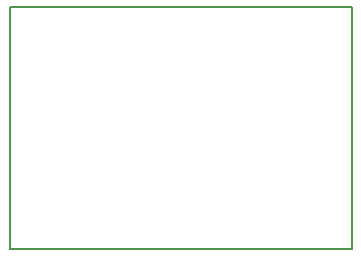
<source format=gm1>
G04 #@! TF.GenerationSoftware,KiCad,Pcbnew,(5.0.1-dev-70-gb7b125d83)*
G04 #@! TF.CreationDate,2018-10-12T17:49:15+02:00*
G04 #@! TF.ProjectId,pwm-fan-control,70776D2D66616E2D636F6E74726F6C2E,rev?*
G04 #@! TF.SameCoordinates,Original*
G04 #@! TF.FileFunction,Profile,NP*
%FSLAX46Y46*%
G04 Gerber Fmt 4.6, Leading zero omitted, Abs format (unit mm)*
G04 Created by KiCad (PCBNEW (5.0.1-dev-70-gb7b125d83)) date 10/12/18 17:49:15*
%MOMM*%
%LPD*%
G01*
G04 APERTURE LIST*
%ADD10C,0.150000*%
G04 APERTURE END LIST*
D10*
X131000000Y-60500000D02*
X131000000Y-40000000D01*
X160000000Y-60500000D02*
X131000000Y-60500000D01*
X160000000Y-40000000D02*
X160000000Y-60500000D01*
X131000000Y-40000000D02*
X160000000Y-40000000D01*
M02*

</source>
